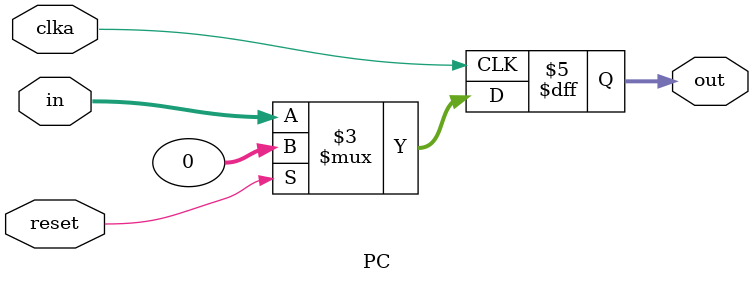
<source format=v>
`timescale 1ns / 1ps
module PC(input clka, input reset, input [31:0] in, output reg [31:0] out);

	always@(posedge clka) begin
		if(reset) begin
			out <= 32'b000000000000000000000000000000000; 	//first line of code
		end else begin
			out <= in; 
		end
		
	end

endmodule

</source>
